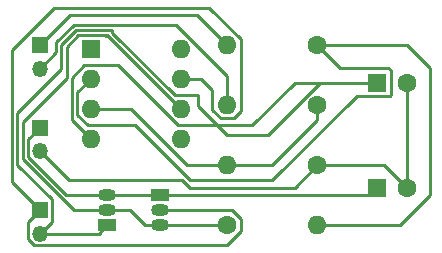
<source format=gbr>
%TF.GenerationSoftware,KiCad,Pcbnew,(5.1.10)-1*%
%TF.CreationDate,2023-02-26T17:14:06+05:00*%
%TF.ProjectId,Open_Loop_DC_Motor_Speed_Control_Project,4f70656e-5f4c-46f6-9f70-5f44435f4d6f,rev?*%
%TF.SameCoordinates,Original*%
%TF.FileFunction,Copper,L2,Bot*%
%TF.FilePolarity,Positive*%
%FSLAX46Y46*%
G04 Gerber Fmt 4.6, Leading zero omitted, Abs format (unit mm)*
G04 Created by KiCad (PCBNEW (5.1.10)-1) date 2023-02-26 17:14:06*
%MOMM*%
%LPD*%
G01*
G04 APERTURE LIST*
%TA.AperFunction,ComponentPad*%
%ADD10R,1.350000X1.350000*%
%TD*%
%TA.AperFunction,ComponentPad*%
%ADD11O,1.350000X1.350000*%
%TD*%
%TA.AperFunction,ComponentPad*%
%ADD12R,1.600000X1.600000*%
%TD*%
%TA.AperFunction,ComponentPad*%
%ADD13C,1.600000*%
%TD*%
%TA.AperFunction,ComponentPad*%
%ADD14O,1.500000X1.050000*%
%TD*%
%TA.AperFunction,ComponentPad*%
%ADD15R,1.500000X1.050000*%
%TD*%
%TA.AperFunction,ComponentPad*%
%ADD16O,1.600000X1.600000*%
%TD*%
%TA.AperFunction,Conductor*%
%ADD17C,0.250000*%
%TD*%
G04 APERTURE END LIST*
D10*
%TO.P,BT1,1*%
%TO.N,Net-(BT1-Pad1)*%
X106045000Y-50800000D03*
D11*
%TO.P,BT1,2*%
%TO.N,Net-(BT1-Pad2)*%
X106045000Y-52800000D03*
%TD*%
D12*
%TO.P,C1,1*%
%TO.N,Net-(BT1-Pad2)*%
X134620000Y-40005000D03*
D13*
%TO.P,C1,2*%
%TO.N,GND*%
X137120000Y-40005000D03*
%TD*%
%TO.P,C2,2*%
%TO.N,GND*%
X137120000Y-48895000D03*
D12*
%TO.P,C2,1*%
%TO.N,Net-(C2-Pad1)*%
X134620000Y-48895000D03*
%TD*%
D10*
%TO.P,J1,1*%
%TO.N,Net-(J1-Pad1)*%
X106045000Y-36830000D03*
D11*
%TO.P,J1,2*%
%TO.N,Net-(J1-Pad2)*%
X106045000Y-38830000D03*
%TD*%
%TO.P,J2,2*%
%TO.N,GND*%
X106045000Y-45815000D03*
D10*
%TO.P,J2,1*%
%TO.N,Net-(C2-Pad1)*%
X106045000Y-43815000D03*
%TD*%
D14*
%TO.P,Q1,2*%
%TO.N,Net-(Q1-Pad2)*%
X111760000Y-50800000D03*
%TO.P,Q1,3*%
%TO.N,Net-(C2-Pad1)*%
X111760000Y-49530000D03*
D15*
%TO.P,Q1,1*%
%TO.N,Net-(BT1-Pad2)*%
X111760000Y-52070000D03*
%TD*%
%TO.P,Q2,1*%
%TO.N,Net-(C2-Pad1)*%
X116205000Y-49530000D03*
D14*
%TO.P,Q2,3*%
%TO.N,Net-(Q1-Pad2)*%
X116205000Y-52070000D03*
%TO.P,Q2,2*%
%TO.N,Net-(BT1-Pad1)*%
X116205000Y-50800000D03*
%TD*%
D13*
%TO.P,R1,1*%
%TO.N,Net-(R1-Pad1)*%
X129540000Y-36830000D03*
D16*
%TO.P,R1,2*%
%TO.N,Net-(J1-Pad1)*%
X121920000Y-36830000D03*
%TD*%
%TO.P,R2,2*%
%TO.N,Net-(J1-Pad2)*%
X121920000Y-41910000D03*
D13*
%TO.P,R2,1*%
%TO.N,Net-(R2-Pad1)*%
X129540000Y-41910000D03*
%TD*%
%TO.P,R3,1*%
%TO.N,GND*%
X129540000Y-46990000D03*
D16*
%TO.P,R3,2*%
%TO.N,Net-(R2-Pad1)*%
X121920000Y-46990000D03*
%TD*%
%TO.P,R4,2*%
%TO.N,Net-(R1-Pad1)*%
X129540000Y-52070000D03*
D13*
%TO.P,R4,1*%
%TO.N,Net-(Q1-Pad2)*%
X121920000Y-52070000D03*
%TD*%
D12*
%TO.P,U1,1*%
%TO.N,Net-(U1-Pad1)*%
X110345001Y-37135001D03*
D16*
%TO.P,U1,5*%
%TO.N,Net-(U1-Pad5)*%
X117965001Y-44755001D03*
%TO.P,U1,2*%
%TO.N,Net-(R1-Pad1)*%
X110345001Y-39675001D03*
%TO.P,U1,6*%
%TO.N,Net-(Q1-Pad2)*%
X117965001Y-42215001D03*
%TO.P,U1,3*%
%TO.N,Net-(R2-Pad1)*%
X110345001Y-42215001D03*
%TO.P,U1,7*%
%TO.N,Net-(BT1-Pad1)*%
X117965001Y-39675001D03*
%TO.P,U1,4*%
%TO.N,Net-(BT1-Pad2)*%
X110345001Y-44755001D03*
%TO.P,U1,8*%
%TO.N,Net-(U1-Pad8)*%
X117965001Y-37135001D03*
%TD*%
D17*
%TO.N,Net-(BT1-Pad1)*%
X123045001Y-52610001D02*
X123045001Y-51529999D01*
X122315002Y-50800000D02*
X116205000Y-50800000D01*
X105564999Y-53800001D02*
X121855001Y-53800001D01*
X123045001Y-51529999D02*
X122315002Y-50800000D01*
X105044999Y-53280001D02*
X105564999Y-53800001D01*
X121855001Y-53800001D02*
X123045001Y-52610001D01*
X105044999Y-51800001D02*
X105044999Y-53280001D01*
X106045000Y-50800000D02*
X105044999Y-51800001D01*
X119685001Y-39675001D02*
X117965001Y-39675001D01*
X121379999Y-43035001D02*
X120650000Y-42305002D01*
X122460001Y-43035001D02*
X121379999Y-43035001D01*
X123045001Y-42450001D02*
X122460001Y-43035001D01*
X123045001Y-36289999D02*
X123045001Y-42450001D01*
X120650000Y-42305002D02*
X120650000Y-40640000D01*
X120410002Y-33655000D02*
X123045001Y-36289999D01*
X107284998Y-33655000D02*
X120410002Y-33655000D01*
X103689990Y-48444990D02*
X103689990Y-37250008D01*
X120650000Y-40640000D02*
X119685001Y-39675001D01*
X103689990Y-37250008D02*
X107284998Y-33655000D01*
X106045000Y-50800000D02*
X103689990Y-48444990D01*
%TO.N,Net-(BT1-Pad2)*%
X111030000Y-52800000D02*
X111760000Y-52070000D01*
X106045000Y-52800000D02*
X111030000Y-52800000D01*
X108769991Y-43179991D02*
X110345001Y-44755001D01*
X108769991Y-39585009D02*
X108769991Y-43179991D01*
X112634998Y-38550000D02*
X109805000Y-38550000D01*
X117714998Y-43630000D02*
X112634998Y-38550000D01*
X124010000Y-43630000D02*
X117714998Y-43630000D01*
X109805000Y-38550000D02*
X108769991Y-39585009D01*
X127635000Y-40005000D02*
X124010000Y-43630000D01*
X134620000Y-40005000D02*
X127635000Y-40005000D01*
X129779998Y-40005000D02*
X134620000Y-40005000D01*
X106045000Y-52800000D02*
X107045001Y-51799999D01*
X104140000Y-46959998D02*
X104140000Y-42545000D01*
X109098600Y-35559990D02*
X112184988Y-35559990D01*
X107045001Y-51799999D02*
X107045001Y-49864999D01*
X107045001Y-49864999D02*
X104140000Y-46959998D01*
X104140000Y-42545000D02*
X107869972Y-38815028D01*
X107869972Y-38815028D02*
X107869973Y-36788617D01*
X107869973Y-36788617D02*
X109098600Y-35559990D01*
X117476410Y-41090000D02*
X117925000Y-41090000D01*
X112184988Y-35798578D02*
X117476410Y-41090000D01*
X112184988Y-35559990D02*
X112184988Y-35798578D01*
X117925000Y-41090000D02*
X119434998Y-41090000D01*
X117714998Y-41090000D02*
X117925000Y-41090000D01*
X119434998Y-41090000D02*
X119434998Y-41964998D01*
X119434998Y-41964998D02*
X121920000Y-44450000D01*
X125334998Y-44450000D02*
X127119999Y-42664999D01*
X121920000Y-44450000D02*
X125334998Y-44450000D01*
X127119999Y-42664999D02*
X129779998Y-40005000D01*
X126749997Y-43035001D02*
X127119999Y-42664999D01*
%TO.N,GND*%
X137120000Y-48895000D02*
X137120000Y-40005000D01*
X135215000Y-46990000D02*
X129540000Y-46990000D01*
X137120000Y-48895000D02*
X135215000Y-46990000D01*
X106045000Y-45815000D02*
X108490000Y-48260000D01*
X118108590Y-48260000D02*
X118743590Y-48895000D01*
X108490000Y-48260000D02*
X118108590Y-48260000D01*
X127635000Y-48895000D02*
X129540000Y-46990000D01*
X118743590Y-48895000D02*
X127635000Y-48895000D01*
%TO.N,Net-(C2-Pad1)*%
X133985000Y-49530000D02*
X134620000Y-48895000D01*
X116205000Y-49530000D02*
X133985000Y-49530000D01*
X116205000Y-49530000D02*
X111760000Y-49530000D01*
X105044999Y-44815001D02*
X106045000Y-43815000D01*
X105044999Y-46295001D02*
X105044999Y-44815001D01*
X108279998Y-49530000D02*
X105044999Y-46295001D01*
X111760000Y-49530000D02*
X108279998Y-49530000D01*
%TO.N,Net-(J1-Pad1)*%
X121920000Y-36830000D02*
X119380000Y-34290000D01*
X108585000Y-34290000D02*
X106045000Y-36830000D01*
X119380000Y-34290000D02*
X108585000Y-34290000D01*
%TO.N,Net-(J1-Pad2)*%
X121920000Y-39424998D02*
X121920000Y-41910000D01*
X108912200Y-35109980D02*
X117604982Y-35109980D01*
X107419964Y-36602216D02*
X108912200Y-35109980D01*
X107419964Y-37455036D02*
X107419964Y-36602216D01*
X117604982Y-35109980D02*
X121920000Y-39424998D01*
X106045000Y-38830000D02*
X107419964Y-37455036D01*
%TO.N,Net-(Q1-Pad2)*%
X111760000Y-50800000D02*
X113665000Y-50800000D01*
X114935000Y-52070000D02*
X116205000Y-52070000D01*
X113665000Y-50800000D02*
X114935000Y-52070000D01*
X116205000Y-52070000D02*
X121920000Y-52070000D01*
X108913588Y-50800000D02*
X111760000Y-50800000D01*
X104594990Y-46481402D02*
X108913588Y-50800000D01*
X109285000Y-36010000D02*
X109220000Y-36075000D01*
X111575000Y-36010000D02*
X109285000Y-36010000D01*
X111667500Y-36102500D02*
X111575000Y-36010000D01*
X111852500Y-36102500D02*
X111667500Y-36102500D01*
X117965001Y-42215001D02*
X111852500Y-36102500D01*
X111852500Y-36102500D02*
X111760000Y-36010000D01*
X108319982Y-36975018D02*
X108319982Y-39635018D01*
X109285000Y-36010000D02*
X108319982Y-36975018D01*
X104594990Y-43360010D02*
X104594990Y-43634990D01*
X108319982Y-39635018D02*
X104594990Y-43360010D01*
X104594990Y-43634990D02*
X104594990Y-46481402D01*
X104594990Y-43330008D02*
X104594990Y-43634990D01*
%TO.N,Net-(R1-Pad1)*%
X136525000Y-52070000D02*
X129540000Y-52070000D01*
X139065000Y-49530000D02*
X136525000Y-52070000D01*
X139065000Y-38735000D02*
X139065000Y-49530000D01*
X137160000Y-36830000D02*
X139065000Y-38735000D01*
X129540000Y-36830000D02*
X137160000Y-36830000D01*
X109220000Y-42755002D02*
X109220000Y-40800002D01*
X110094998Y-43630000D02*
X109220000Y-42755002D01*
X114115000Y-43630000D02*
X110094998Y-43630000D01*
X125730000Y-48260000D02*
X118745000Y-48260000D01*
X132859999Y-41130001D02*
X125730000Y-48260000D01*
X118745000Y-48260000D02*
X114115000Y-43630000D01*
X135680001Y-41130001D02*
X132859999Y-41130001D01*
X109220000Y-40800002D02*
X110345001Y-39675001D01*
X135745001Y-41065001D02*
X135680001Y-41130001D01*
X135745001Y-38944999D02*
X135745001Y-41065001D01*
X135535002Y-38735000D02*
X135745001Y-38944999D01*
X131445000Y-38735000D02*
X135535002Y-38735000D01*
X129540000Y-36830000D02*
X131445000Y-38735000D01*
%TO.N,Net-(R2-Pad1)*%
X121920000Y-46990000D02*
X125730000Y-46990000D01*
X129540000Y-43180000D02*
X129540000Y-41910000D01*
X125730000Y-46990000D02*
X129540000Y-43180000D01*
X113759999Y-42215001D02*
X110345001Y-42215001D01*
X118534998Y-46990000D02*
X113759999Y-42215001D01*
X121920000Y-46990000D02*
X118534998Y-46990000D01*
%TD*%
M02*

</source>
